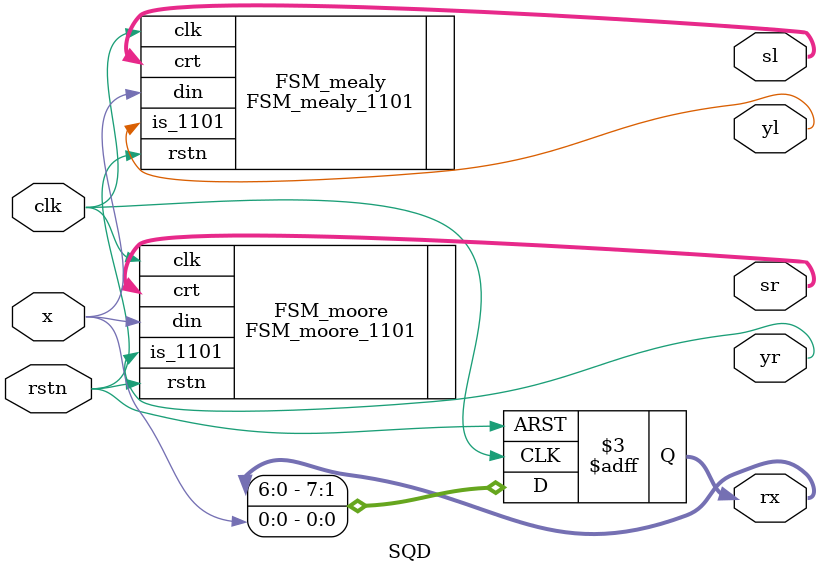
<source format=v>
`timescale 1ns / 1ps

module SQD(
    input             clk,
    input             rstn,
    input             x,
    output            yl,
    output            yr,
    output      [2:0] sl,
    output      [4:0] sr,
    output reg  [7:0] rx
    );
    FSM_mealy_1101 FSM_mealy(
        .clk        (clk), 
        .rstn       (rstn), 
        .din        (x), 
        .crt        (sl), 
        .is_1101    (yl)
    );
    FSM_moore_1101 FSM_moore(
        .clk        (clk), 
        .rstn       (rstn), 
        .din        (x), 
        .crt        (sr), 
        .is_1101    (yr)
    );
    always @(posedge clk or negedge rstn) begin
        if(!rstn) begin
            rx <= 0;
        end 
        else begin
            rx <= {rx[6:0], x};
        end
    end


endmodule

</source>
